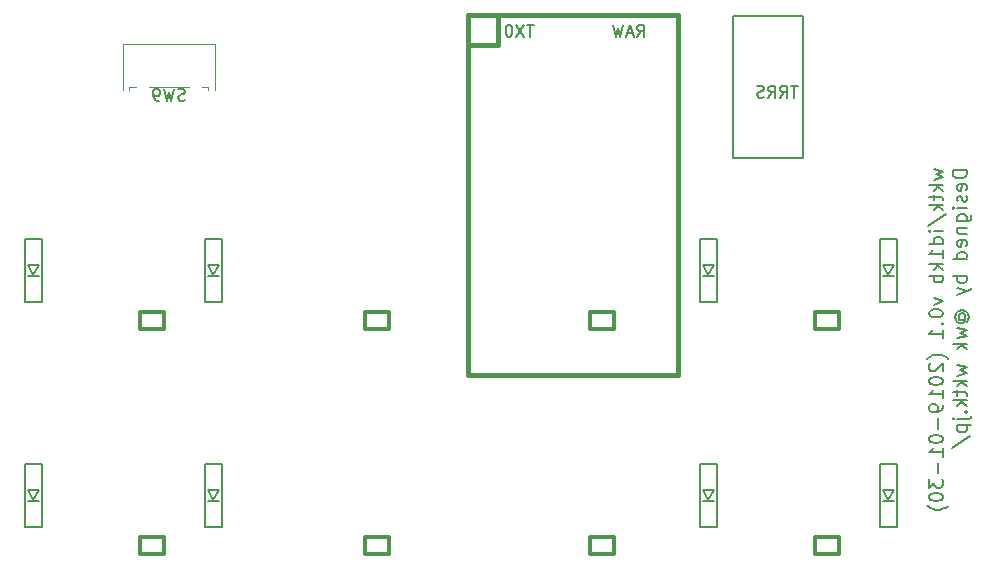
<source format=gbr>
G04 #@! TF.GenerationSoftware,KiCad,Pcbnew,(5.0.1-3-g963ef8bb5)*
G04 #@! TF.CreationDate,2019-01-31T02:17:08+09:00*
G04 #@! TF.ProjectId,mykeyboard,6D796B6579626F6172642E6B69636164,rev?*
G04 #@! TF.SameCoordinates,Original*
G04 #@! TF.FileFunction,Legend,Bot*
G04 #@! TF.FilePolarity,Positive*
%FSLAX46Y46*%
G04 Gerber Fmt 4.6, Leading zero omitted, Abs format (unit mm)*
G04 Created by KiCad (PCBNEW (5.0.1-3-g963ef8bb5)) date 2019 January 31, Thursday 02:17:08*
%MOMM*%
%LPD*%
G01*
G04 APERTURE LIST*
%ADD10C,0.200000*%
%ADD11C,0.381000*%
%ADD12C,0.150000*%
%ADD13C,0.300000*%
%ADD14C,0.120000*%
G04 APERTURE END LIST*
D10*
X186702857Y-87931428D02*
X187502857Y-88160000D01*
X186931428Y-88388571D01*
X187502857Y-88617142D01*
X186702857Y-88845714D01*
X187502857Y-89302857D02*
X186302857Y-89302857D01*
X187045714Y-89417142D02*
X187502857Y-89760000D01*
X186702857Y-89760000D02*
X187160000Y-89302857D01*
X186702857Y-90102857D02*
X186702857Y-90560000D01*
X186302857Y-90274285D02*
X187331428Y-90274285D01*
X187445714Y-90331428D01*
X187502857Y-90445714D01*
X187502857Y-90560000D01*
X187502857Y-90960000D02*
X186302857Y-90960000D01*
X187045714Y-91074285D02*
X187502857Y-91417142D01*
X186702857Y-91417142D02*
X187160000Y-90960000D01*
X186245714Y-92788571D02*
X187788571Y-91760000D01*
X187502857Y-93188571D02*
X186702857Y-93188571D01*
X186302857Y-93188571D02*
X186360000Y-93131428D01*
X186417142Y-93188571D01*
X186360000Y-93245714D01*
X186302857Y-93188571D01*
X186417142Y-93188571D01*
X187502857Y-94274285D02*
X186302857Y-94274285D01*
X187445714Y-94274285D02*
X187502857Y-94160000D01*
X187502857Y-93931428D01*
X187445714Y-93817142D01*
X187388571Y-93760000D01*
X187274285Y-93702857D01*
X186931428Y-93702857D01*
X186817142Y-93760000D01*
X186760000Y-93817142D01*
X186702857Y-93931428D01*
X186702857Y-94160000D01*
X186760000Y-94274285D01*
X187502857Y-95474285D02*
X187502857Y-94788571D01*
X187502857Y-95131428D02*
X186302857Y-95131428D01*
X186474285Y-95017142D01*
X186588571Y-94902857D01*
X186645714Y-94788571D01*
X187502857Y-95988571D02*
X186302857Y-95988571D01*
X187045714Y-96102857D02*
X187502857Y-96445714D01*
X186702857Y-96445714D02*
X187160000Y-95988571D01*
X187502857Y-96960000D02*
X186302857Y-96960000D01*
X186760000Y-96960000D02*
X186702857Y-97074285D01*
X186702857Y-97302857D01*
X186760000Y-97417142D01*
X186817142Y-97474285D01*
X186931428Y-97531428D01*
X187274285Y-97531428D01*
X187388571Y-97474285D01*
X187445714Y-97417142D01*
X187502857Y-97302857D01*
X187502857Y-97074285D01*
X187445714Y-96960000D01*
X186702857Y-98845714D02*
X187502857Y-99131428D01*
X186702857Y-99417142D01*
X186302857Y-100102857D02*
X186302857Y-100217142D01*
X186360000Y-100331428D01*
X186417142Y-100388571D01*
X186531428Y-100445714D01*
X186760000Y-100502857D01*
X187045714Y-100502857D01*
X187274285Y-100445714D01*
X187388571Y-100388571D01*
X187445714Y-100331428D01*
X187502857Y-100217142D01*
X187502857Y-100102857D01*
X187445714Y-99988571D01*
X187388571Y-99931428D01*
X187274285Y-99874285D01*
X187045714Y-99817142D01*
X186760000Y-99817142D01*
X186531428Y-99874285D01*
X186417142Y-99931428D01*
X186360000Y-99988571D01*
X186302857Y-100102857D01*
X187388571Y-101017142D02*
X187445714Y-101074285D01*
X187502857Y-101017142D01*
X187445714Y-100960000D01*
X187388571Y-101017142D01*
X187502857Y-101017142D01*
X187502857Y-102217142D02*
X187502857Y-101531428D01*
X187502857Y-101874285D02*
X186302857Y-101874285D01*
X186474285Y-101760000D01*
X186588571Y-101645714D01*
X186645714Y-101531428D01*
X187960000Y-103988571D02*
X187902857Y-103931428D01*
X187731428Y-103817142D01*
X187617142Y-103760000D01*
X187445714Y-103702857D01*
X187160000Y-103645714D01*
X186931428Y-103645714D01*
X186645714Y-103702857D01*
X186474285Y-103760000D01*
X186360000Y-103817142D01*
X186188571Y-103931428D01*
X186131428Y-103988571D01*
X186417142Y-104388571D02*
X186360000Y-104445714D01*
X186302857Y-104560000D01*
X186302857Y-104845714D01*
X186360000Y-104960000D01*
X186417142Y-105017142D01*
X186531428Y-105074285D01*
X186645714Y-105074285D01*
X186817142Y-105017142D01*
X187502857Y-104331428D01*
X187502857Y-105074285D01*
X186302857Y-105817142D02*
X186302857Y-105931428D01*
X186360000Y-106045714D01*
X186417142Y-106102857D01*
X186531428Y-106160000D01*
X186760000Y-106217142D01*
X187045714Y-106217142D01*
X187274285Y-106160000D01*
X187388571Y-106102857D01*
X187445714Y-106045714D01*
X187502857Y-105931428D01*
X187502857Y-105817142D01*
X187445714Y-105702857D01*
X187388571Y-105645714D01*
X187274285Y-105588571D01*
X187045714Y-105531428D01*
X186760000Y-105531428D01*
X186531428Y-105588571D01*
X186417142Y-105645714D01*
X186360000Y-105702857D01*
X186302857Y-105817142D01*
X187502857Y-107360000D02*
X187502857Y-106674285D01*
X187502857Y-107017142D02*
X186302857Y-107017142D01*
X186474285Y-106902857D01*
X186588571Y-106788571D01*
X186645714Y-106674285D01*
X187502857Y-107931428D02*
X187502857Y-108160000D01*
X187445714Y-108274285D01*
X187388571Y-108331428D01*
X187217142Y-108445714D01*
X186988571Y-108502857D01*
X186531428Y-108502857D01*
X186417142Y-108445714D01*
X186360000Y-108388571D01*
X186302857Y-108274285D01*
X186302857Y-108045714D01*
X186360000Y-107931428D01*
X186417142Y-107874285D01*
X186531428Y-107817142D01*
X186817142Y-107817142D01*
X186931428Y-107874285D01*
X186988571Y-107931428D01*
X187045714Y-108045714D01*
X187045714Y-108274285D01*
X186988571Y-108388571D01*
X186931428Y-108445714D01*
X186817142Y-108502857D01*
X187045714Y-109017142D02*
X187045714Y-109931428D01*
X186302857Y-110731428D02*
X186302857Y-110845714D01*
X186360000Y-110960000D01*
X186417142Y-111017142D01*
X186531428Y-111074285D01*
X186760000Y-111131428D01*
X187045714Y-111131428D01*
X187274285Y-111074285D01*
X187388571Y-111017142D01*
X187445714Y-110960000D01*
X187502857Y-110845714D01*
X187502857Y-110731428D01*
X187445714Y-110617142D01*
X187388571Y-110560000D01*
X187274285Y-110502857D01*
X187045714Y-110445714D01*
X186760000Y-110445714D01*
X186531428Y-110502857D01*
X186417142Y-110560000D01*
X186360000Y-110617142D01*
X186302857Y-110731428D01*
X187502857Y-112274285D02*
X187502857Y-111588571D01*
X187502857Y-111931428D02*
X186302857Y-111931428D01*
X186474285Y-111817142D01*
X186588571Y-111702857D01*
X186645714Y-111588571D01*
X187045714Y-112788571D02*
X187045714Y-113702857D01*
X186302857Y-114159999D02*
X186302857Y-114902857D01*
X186760000Y-114502857D01*
X186760000Y-114674285D01*
X186817142Y-114788571D01*
X186874285Y-114845714D01*
X186988571Y-114902857D01*
X187274285Y-114902857D01*
X187388571Y-114845714D01*
X187445714Y-114788571D01*
X187502857Y-114674285D01*
X187502857Y-114331428D01*
X187445714Y-114217142D01*
X187388571Y-114159999D01*
X186302857Y-115645714D02*
X186302857Y-115759999D01*
X186360000Y-115874285D01*
X186417142Y-115931428D01*
X186531428Y-115988571D01*
X186760000Y-116045714D01*
X187045714Y-116045714D01*
X187274285Y-115988571D01*
X187388571Y-115931428D01*
X187445714Y-115874285D01*
X187502857Y-115759999D01*
X187502857Y-115645714D01*
X187445714Y-115531428D01*
X187388571Y-115474285D01*
X187274285Y-115417142D01*
X187045714Y-115359999D01*
X186760000Y-115359999D01*
X186531428Y-115417142D01*
X186417142Y-115474285D01*
X186360000Y-115531428D01*
X186302857Y-115645714D01*
X187960000Y-116445714D02*
X187902857Y-116502857D01*
X187731428Y-116617142D01*
X187617142Y-116674285D01*
X187445714Y-116731428D01*
X187160000Y-116788571D01*
X186931428Y-116788571D01*
X186645714Y-116731428D01*
X186474285Y-116674285D01*
X186360000Y-116617142D01*
X186188571Y-116502857D01*
X186131428Y-116445714D01*
X189502857Y-88045714D02*
X188302857Y-88045714D01*
X188302857Y-88331428D01*
X188360000Y-88502857D01*
X188474285Y-88617142D01*
X188588571Y-88674285D01*
X188817142Y-88731428D01*
X188988571Y-88731428D01*
X189217142Y-88674285D01*
X189331428Y-88617142D01*
X189445714Y-88502857D01*
X189502857Y-88331428D01*
X189502857Y-88045714D01*
X189445714Y-89702857D02*
X189502857Y-89588571D01*
X189502857Y-89360000D01*
X189445714Y-89245714D01*
X189331428Y-89188571D01*
X188874285Y-89188571D01*
X188760000Y-89245714D01*
X188702857Y-89360000D01*
X188702857Y-89588571D01*
X188760000Y-89702857D01*
X188874285Y-89760000D01*
X188988571Y-89760000D01*
X189102857Y-89188571D01*
X189445714Y-90217142D02*
X189502857Y-90331428D01*
X189502857Y-90560000D01*
X189445714Y-90674285D01*
X189331428Y-90731428D01*
X189274285Y-90731428D01*
X189160000Y-90674285D01*
X189102857Y-90560000D01*
X189102857Y-90388571D01*
X189045714Y-90274285D01*
X188931428Y-90217142D01*
X188874285Y-90217142D01*
X188760000Y-90274285D01*
X188702857Y-90388571D01*
X188702857Y-90560000D01*
X188760000Y-90674285D01*
X189502857Y-91245714D02*
X188702857Y-91245714D01*
X188302857Y-91245714D02*
X188360000Y-91188571D01*
X188417142Y-91245714D01*
X188360000Y-91302857D01*
X188302857Y-91245714D01*
X188417142Y-91245714D01*
X188702857Y-92331428D02*
X189674285Y-92331428D01*
X189788571Y-92274285D01*
X189845714Y-92217142D01*
X189902857Y-92102857D01*
X189902857Y-91931428D01*
X189845714Y-91817142D01*
X189445714Y-92331428D02*
X189502857Y-92217142D01*
X189502857Y-91988571D01*
X189445714Y-91874285D01*
X189388571Y-91817142D01*
X189274285Y-91760000D01*
X188931428Y-91760000D01*
X188817142Y-91817142D01*
X188760000Y-91874285D01*
X188702857Y-91988571D01*
X188702857Y-92217142D01*
X188760000Y-92331428D01*
X188702857Y-92902857D02*
X189502857Y-92902857D01*
X188817142Y-92902857D02*
X188760000Y-92960000D01*
X188702857Y-93074285D01*
X188702857Y-93245714D01*
X188760000Y-93360000D01*
X188874285Y-93417142D01*
X189502857Y-93417142D01*
X189445714Y-94445714D02*
X189502857Y-94331428D01*
X189502857Y-94102857D01*
X189445714Y-93988571D01*
X189331428Y-93931428D01*
X188874285Y-93931428D01*
X188760000Y-93988571D01*
X188702857Y-94102857D01*
X188702857Y-94331428D01*
X188760000Y-94445714D01*
X188874285Y-94502857D01*
X188988571Y-94502857D01*
X189102857Y-93931428D01*
X189502857Y-95531428D02*
X188302857Y-95531428D01*
X189445714Y-95531428D02*
X189502857Y-95417142D01*
X189502857Y-95188571D01*
X189445714Y-95074285D01*
X189388571Y-95017142D01*
X189274285Y-94960000D01*
X188931428Y-94960000D01*
X188817142Y-95017142D01*
X188760000Y-95074285D01*
X188702857Y-95188571D01*
X188702857Y-95417142D01*
X188760000Y-95531428D01*
X189502857Y-97017142D02*
X188302857Y-97017142D01*
X188760000Y-97017142D02*
X188702857Y-97131428D01*
X188702857Y-97360000D01*
X188760000Y-97474285D01*
X188817142Y-97531428D01*
X188931428Y-97588571D01*
X189274285Y-97588571D01*
X189388571Y-97531428D01*
X189445714Y-97474285D01*
X189502857Y-97360000D01*
X189502857Y-97131428D01*
X189445714Y-97017142D01*
X188702857Y-97988571D02*
X189502857Y-98274285D01*
X188702857Y-98560000D02*
X189502857Y-98274285D01*
X189788571Y-98160000D01*
X189845714Y-98102857D01*
X189902857Y-97988571D01*
X188931428Y-100674285D02*
X188874285Y-100617142D01*
X188817142Y-100502857D01*
X188817142Y-100388571D01*
X188874285Y-100274285D01*
X188931428Y-100217142D01*
X189045714Y-100160000D01*
X189160000Y-100160000D01*
X189274285Y-100217142D01*
X189331428Y-100274285D01*
X189388571Y-100388571D01*
X189388571Y-100502857D01*
X189331428Y-100617142D01*
X189274285Y-100674285D01*
X188817142Y-100674285D02*
X189274285Y-100674285D01*
X189331428Y-100731428D01*
X189331428Y-100788571D01*
X189274285Y-100902857D01*
X189160000Y-100960000D01*
X188874285Y-100960000D01*
X188702857Y-100845714D01*
X188588571Y-100674285D01*
X188531428Y-100445714D01*
X188588571Y-100217142D01*
X188702857Y-100045714D01*
X188874285Y-99931428D01*
X189102857Y-99874285D01*
X189331428Y-99931428D01*
X189502857Y-100045714D01*
X189617142Y-100217142D01*
X189674285Y-100445714D01*
X189617142Y-100674285D01*
X189502857Y-100845714D01*
X188702857Y-101360000D02*
X189502857Y-101588571D01*
X188931428Y-101817142D01*
X189502857Y-102045714D01*
X188702857Y-102274285D01*
X189502857Y-102731428D02*
X188302857Y-102731428D01*
X189045714Y-102845714D02*
X189502857Y-103188571D01*
X188702857Y-103188571D02*
X189160000Y-102731428D01*
X188702857Y-104502857D02*
X189502857Y-104731428D01*
X188931428Y-104960000D01*
X189502857Y-105188571D01*
X188702857Y-105417142D01*
X189502857Y-105874285D02*
X188302857Y-105874285D01*
X189045714Y-105988571D02*
X189502857Y-106331428D01*
X188702857Y-106331428D02*
X189160000Y-105874285D01*
X188702857Y-106674285D02*
X188702857Y-107131428D01*
X188302857Y-106845714D02*
X189331428Y-106845714D01*
X189445714Y-106902857D01*
X189502857Y-107017142D01*
X189502857Y-107131428D01*
X189502857Y-107531428D02*
X188302857Y-107531428D01*
X189045714Y-107645714D02*
X189502857Y-107988571D01*
X188702857Y-107988571D02*
X189160000Y-107531428D01*
X189388571Y-108502857D02*
X189445714Y-108560000D01*
X189502857Y-108502857D01*
X189445714Y-108445714D01*
X189388571Y-108502857D01*
X189502857Y-108502857D01*
X188702857Y-109074285D02*
X189731428Y-109074285D01*
X189845714Y-109017142D01*
X189902857Y-108902857D01*
X189902857Y-108845714D01*
X188302857Y-109074285D02*
X188360000Y-109017142D01*
X188417142Y-109074285D01*
X188360000Y-109131428D01*
X188302857Y-109074285D01*
X188417142Y-109074285D01*
X188702857Y-109645714D02*
X189902857Y-109645714D01*
X188760000Y-109645714D02*
X188702857Y-109760000D01*
X188702857Y-109988571D01*
X188760000Y-110102857D01*
X188817142Y-110160000D01*
X188931428Y-110217142D01*
X189274285Y-110217142D01*
X189388571Y-110160000D01*
X189445714Y-110102857D01*
X189502857Y-109988571D01*
X189502857Y-109760000D01*
X189445714Y-109645714D01*
X188245714Y-111588571D02*
X189788571Y-110560000D01*
D11*
G04 #@! TO.C,U1*
X149860000Y-77470000D02*
X147320000Y-77470000D01*
X149860000Y-74930000D02*
X149860000Y-77470000D01*
X165100000Y-105410000D02*
X165100000Y-74930000D01*
X147320000Y-105410000D02*
X165100000Y-105410000D01*
X147320000Y-74930000D02*
X147320000Y-105410000D01*
X165100000Y-74930000D02*
X147320000Y-74930000D01*
D12*
G04 #@! TO.C,D8*
X182130000Y-112870000D02*
X183630000Y-112870000D01*
X182130000Y-118270000D02*
X182130000Y-112870000D01*
X183630000Y-118270000D02*
X182130000Y-118270000D01*
X183630000Y-112870000D02*
X183630000Y-118270000D01*
X183380000Y-116070000D02*
X182380000Y-116070000D01*
X182380000Y-115070000D02*
X182880000Y-115970000D01*
X183380000Y-115070000D02*
X182380000Y-115070000D01*
X182880000Y-115970000D02*
X183380000Y-115070000D01*
G04 #@! TO.C,D7*
X182880000Y-96920000D02*
X183380000Y-96020000D01*
X183380000Y-96020000D02*
X182380000Y-96020000D01*
X182380000Y-96020000D02*
X182880000Y-96920000D01*
X183380000Y-97020000D02*
X182380000Y-97020000D01*
X183630000Y-93820000D02*
X183630000Y-99220000D01*
X183630000Y-99220000D02*
X182130000Y-99220000D01*
X182130000Y-99220000D02*
X182130000Y-93820000D01*
X182130000Y-93820000D02*
X183630000Y-93820000D01*
G04 #@! TO.C,D6*
X166890000Y-112870000D02*
X168390000Y-112870000D01*
X166890000Y-118270000D02*
X166890000Y-112870000D01*
X168390000Y-118270000D02*
X166890000Y-118270000D01*
X168390000Y-112870000D02*
X168390000Y-118270000D01*
X168140000Y-116070000D02*
X167140000Y-116070000D01*
X167140000Y-115070000D02*
X167640000Y-115970000D01*
X168140000Y-115070000D02*
X167140000Y-115070000D01*
X167640000Y-115970000D02*
X168140000Y-115070000D01*
G04 #@! TO.C,D5*
X125730000Y-96920000D02*
X126230000Y-96020000D01*
X126230000Y-96020000D02*
X125230000Y-96020000D01*
X125230000Y-96020000D02*
X125730000Y-96920000D01*
X126230000Y-97020000D02*
X125230000Y-97020000D01*
X126480000Y-93820000D02*
X126480000Y-99220000D01*
X126480000Y-99220000D02*
X124980000Y-99220000D01*
X124980000Y-99220000D02*
X124980000Y-93820000D01*
X124980000Y-93820000D02*
X126480000Y-93820000D01*
G04 #@! TO.C,D4*
X125730000Y-115970000D02*
X126230000Y-115070000D01*
X126230000Y-115070000D02*
X125230000Y-115070000D01*
X125230000Y-115070000D02*
X125730000Y-115970000D01*
X126230000Y-116070000D02*
X125230000Y-116070000D01*
X126480000Y-112870000D02*
X126480000Y-118270000D01*
X126480000Y-118270000D02*
X124980000Y-118270000D01*
X124980000Y-118270000D02*
X124980000Y-112870000D01*
X124980000Y-112870000D02*
X126480000Y-112870000D01*
G04 #@! TO.C,D3*
X167640000Y-96920000D02*
X168140000Y-96020000D01*
X168140000Y-96020000D02*
X167140000Y-96020000D01*
X167140000Y-96020000D02*
X167640000Y-96920000D01*
X168140000Y-97020000D02*
X167140000Y-97020000D01*
X168390000Y-93820000D02*
X168390000Y-99220000D01*
X168390000Y-99220000D02*
X166890000Y-99220000D01*
X166890000Y-99220000D02*
X166890000Y-93820000D01*
X166890000Y-93820000D02*
X168390000Y-93820000D01*
G04 #@! TO.C,D2*
X109740000Y-112870000D02*
X111240000Y-112870000D01*
X109740000Y-118270000D02*
X109740000Y-112870000D01*
X111240000Y-118270000D02*
X109740000Y-118270000D01*
X111240000Y-112870000D02*
X111240000Y-118270000D01*
X110990000Y-116070000D02*
X109990000Y-116070000D01*
X109990000Y-115070000D02*
X110490000Y-115970000D01*
X110990000Y-115070000D02*
X109990000Y-115070000D01*
X110490000Y-115970000D02*
X110990000Y-115070000D01*
G04 #@! TO.C,D1*
X110490000Y-96920000D02*
X110990000Y-96020000D01*
X110990000Y-96020000D02*
X109990000Y-96020000D01*
X109990000Y-96020000D02*
X110490000Y-96920000D01*
X110990000Y-97020000D02*
X109990000Y-97020000D01*
X111240000Y-93820000D02*
X111240000Y-99220000D01*
X111240000Y-99220000D02*
X109740000Y-99220000D01*
X109740000Y-99220000D02*
X109740000Y-93820000D01*
X109740000Y-93820000D02*
X111240000Y-93820000D01*
D13*
G04 #@! TO.C,L8*
X178690000Y-119050000D02*
X178690000Y-120500000D01*
X178690000Y-120500000D02*
X176640000Y-120500000D01*
X176640000Y-120500000D02*
X176640000Y-119050000D01*
X176640000Y-119050000D02*
X178690000Y-119050000D01*
G04 #@! TO.C,L7*
X176640000Y-100000000D02*
X178690000Y-100000000D01*
X176640000Y-101450000D02*
X176640000Y-100000000D01*
X178690000Y-101450000D02*
X176640000Y-101450000D01*
X178690000Y-100000000D02*
X178690000Y-101450000D01*
G04 #@! TO.C,L6*
X159640000Y-119050000D02*
X159640000Y-120500000D01*
X159640000Y-120500000D02*
X157590000Y-120500000D01*
X157590000Y-120500000D02*
X157590000Y-119050000D01*
X157590000Y-119050000D02*
X159640000Y-119050000D01*
G04 #@! TO.C,L5*
X157590000Y-100000000D02*
X159640000Y-100000000D01*
X157590000Y-101450000D02*
X157590000Y-100000000D01*
X159640000Y-101450000D02*
X157590000Y-101450000D01*
X159640000Y-100000000D02*
X159640000Y-101450000D01*
G04 #@! TO.C,L4*
X140590000Y-119050000D02*
X140590000Y-120500000D01*
X140590000Y-120500000D02*
X138540000Y-120500000D01*
X138540000Y-120500000D02*
X138540000Y-119050000D01*
X138540000Y-119050000D02*
X140590000Y-119050000D01*
G04 #@! TO.C,L3*
X138540000Y-100000000D02*
X140590000Y-100000000D01*
X138540000Y-101450000D02*
X138540000Y-100000000D01*
X140590000Y-101450000D02*
X138540000Y-101450000D01*
X140590000Y-100000000D02*
X140590000Y-101450000D01*
G04 #@! TO.C,L2*
X121540000Y-119050000D02*
X121540000Y-120500000D01*
X121540000Y-120500000D02*
X119490000Y-120500000D01*
X119490000Y-120500000D02*
X119490000Y-119050000D01*
X119490000Y-119050000D02*
X121540000Y-119050000D01*
G04 #@! TO.C,L1*
X119490000Y-100000000D02*
X121540000Y-100000000D01*
X119490000Y-101450000D02*
X119490000Y-100000000D01*
X121540000Y-101450000D02*
X119490000Y-101450000D01*
X121540000Y-100000000D02*
X121540000Y-101450000D01*
D12*
G04 #@! TO.C,J1*
X175680000Y-86980000D02*
X175680000Y-74980000D01*
X169680000Y-86980000D02*
X175680000Y-86980000D01*
X169680000Y-74980000D02*
X169680000Y-86980000D01*
X175680000Y-74980000D02*
X169680000Y-74980000D01*
D14*
G04 #@! TO.C,SW9*
X125300000Y-80980000D02*
X125300000Y-81210000D01*
X125820000Y-77310000D02*
X118100000Y-77310000D01*
X118100000Y-77310000D02*
X118100000Y-81210000D01*
X125820000Y-77310000D02*
X125820000Y-81210000D01*
X118620000Y-80980000D02*
X118620000Y-81210000D01*
X119160000Y-80980000D02*
X118620000Y-80980000D01*
X125300000Y-80980000D02*
X124760000Y-80980000D01*
X123660000Y-80980000D02*
X120260000Y-80980000D01*
G04 #@! TO.C,U1*
D12*
X161600476Y-76722380D02*
X161933809Y-76246190D01*
X162171904Y-76722380D02*
X162171904Y-75722380D01*
X161790952Y-75722380D01*
X161695714Y-75770000D01*
X161648095Y-75817619D01*
X161600476Y-75912857D01*
X161600476Y-76055714D01*
X161648095Y-76150952D01*
X161695714Y-76198571D01*
X161790952Y-76246190D01*
X162171904Y-76246190D01*
X161219523Y-76436666D02*
X160743333Y-76436666D01*
X161314761Y-76722380D02*
X160981428Y-75722380D01*
X160648095Y-76722380D01*
X160410000Y-75722380D02*
X160171904Y-76722380D01*
X159981428Y-76008095D01*
X159790952Y-76722380D01*
X159552857Y-75722380D01*
X152848095Y-75722380D02*
X152276666Y-75722380D01*
X152562380Y-76722380D02*
X152562380Y-75722380D01*
X152038571Y-75722380D02*
X151371904Y-76722380D01*
X151371904Y-75722380D02*
X152038571Y-76722380D01*
X150800476Y-75722380D02*
X150705238Y-75722380D01*
X150610000Y-75770000D01*
X150562380Y-75817619D01*
X150514761Y-75912857D01*
X150467142Y-76103333D01*
X150467142Y-76341428D01*
X150514761Y-76531904D01*
X150562380Y-76627142D01*
X150610000Y-76674761D01*
X150705238Y-76722380D01*
X150800476Y-76722380D01*
X150895714Y-76674761D01*
X150943333Y-76627142D01*
X150990952Y-76531904D01*
X151038571Y-76341428D01*
X151038571Y-76103333D01*
X150990952Y-75912857D01*
X150943333Y-75817619D01*
X150895714Y-75770000D01*
X150800476Y-75722380D01*
G04 #@! TO.C,J1*
X175191904Y-80882380D02*
X174620476Y-80882380D01*
X174906190Y-81882380D02*
X174906190Y-80882380D01*
X173715714Y-81882380D02*
X174049047Y-81406190D01*
X174287142Y-81882380D02*
X174287142Y-80882380D01*
X173906190Y-80882380D01*
X173810952Y-80930000D01*
X173763333Y-80977619D01*
X173715714Y-81072857D01*
X173715714Y-81215714D01*
X173763333Y-81310952D01*
X173810952Y-81358571D01*
X173906190Y-81406190D01*
X174287142Y-81406190D01*
X172715714Y-81882380D02*
X173049047Y-81406190D01*
X173287142Y-81882380D02*
X173287142Y-80882380D01*
X172906190Y-80882380D01*
X172810952Y-80930000D01*
X172763333Y-80977619D01*
X172715714Y-81072857D01*
X172715714Y-81215714D01*
X172763333Y-81310952D01*
X172810952Y-81358571D01*
X172906190Y-81406190D01*
X173287142Y-81406190D01*
X172334761Y-81834761D02*
X172191904Y-81882380D01*
X171953809Y-81882380D01*
X171858571Y-81834761D01*
X171810952Y-81787142D01*
X171763333Y-81691904D01*
X171763333Y-81596666D01*
X171810952Y-81501428D01*
X171858571Y-81453809D01*
X171953809Y-81406190D01*
X172144285Y-81358571D01*
X172239523Y-81310952D01*
X172287142Y-81263333D01*
X172334761Y-81168095D01*
X172334761Y-81072857D01*
X172287142Y-80977619D01*
X172239523Y-80930000D01*
X172144285Y-80882380D01*
X171906190Y-80882380D01*
X171763333Y-80930000D01*
G04 #@! TO.C,SW9*
X123293333Y-82094761D02*
X123150476Y-82142380D01*
X122912380Y-82142380D01*
X122817142Y-82094761D01*
X122769523Y-82047142D01*
X122721904Y-81951904D01*
X122721904Y-81856666D01*
X122769523Y-81761428D01*
X122817142Y-81713809D01*
X122912380Y-81666190D01*
X123102857Y-81618571D01*
X123198095Y-81570952D01*
X123245714Y-81523333D01*
X123293333Y-81428095D01*
X123293333Y-81332857D01*
X123245714Y-81237619D01*
X123198095Y-81190000D01*
X123102857Y-81142380D01*
X122864761Y-81142380D01*
X122721904Y-81190000D01*
X122388571Y-81142380D02*
X122150476Y-82142380D01*
X121960000Y-81428095D01*
X121769523Y-82142380D01*
X121531428Y-81142380D01*
X121102857Y-82142380D02*
X120912380Y-82142380D01*
X120817142Y-82094761D01*
X120769523Y-82047142D01*
X120674285Y-81904285D01*
X120626666Y-81713809D01*
X120626666Y-81332857D01*
X120674285Y-81237619D01*
X120721904Y-81190000D01*
X120817142Y-81142380D01*
X121007619Y-81142380D01*
X121102857Y-81190000D01*
X121150476Y-81237619D01*
X121198095Y-81332857D01*
X121198095Y-81570952D01*
X121150476Y-81666190D01*
X121102857Y-81713809D01*
X121007619Y-81761428D01*
X120817142Y-81761428D01*
X120721904Y-81713809D01*
X120674285Y-81666190D01*
X120626666Y-81570952D01*
G04 #@! TD*
M02*

</source>
